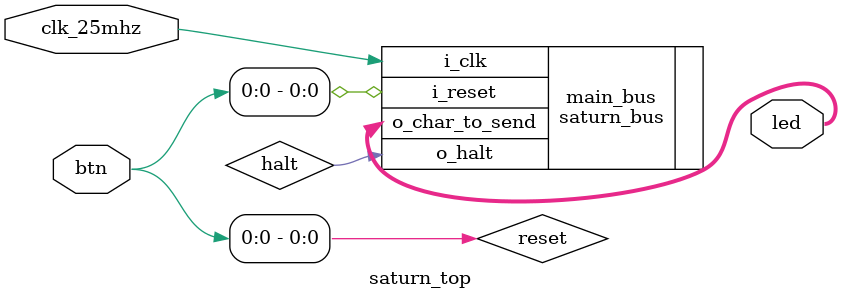
<source format=v>
/*
    (c) Raphaël Jacquot 2019
    
		This file is part of hp_saturn.

    hp_saturn is free software: you can redistribute it and/or modify
    it under the terms of the GNU General Public License as published by
    the Free Software Foundation, either version 3 of the License, or
    any later version.

    hp_saturn is distributed in the hope that it will be useful,
    but WITHOUT ANY WARRANTY; without even the implied warranty of
    MERCHANTABILITY or FITNESS FOR A PARTICULAR PURPOSE.  See the
    GNU General Public License for more details.

    You should have received a copy of the GNU General Public License
    along with Foobar.  If not, see <https://www.gnu.org/licenses/>.

 */

`default_nettype none

`ifdef SIM
module saturn_top;
`else
module saturn_top (
	clk_25mhz,
	btn,
	led
);

input  wire [0:0] clk_25mhz;
input  wire [6:0] btn;
`endif

`ifdef SIM
wire [7:0]  led;
`else
output wire [7:0] led;
wire [0:0] reset;
wire [0:0] halt;

assign reset  = btn[0]; 
`endif

saturn_bus main_bus (
`ifdef SIM
    .i_clk   (clk),
`else
    .i_clk   (clk_25mhz),
`endif
    .i_reset (reset),
    .o_halt  (halt),
    .o_char_to_send (led)
);


`ifdef SIM
reg	 [0:0] clk;
reg	 [0:0] reset;
wire [0:0] halt;

initial begin
	$display("TOP       : starting the simulation");
	clk = 0;
	reset = 1;
	@(posedge clk);
	@(posedge clk);
	@(posedge clk);
	reset = 0;
    $display("TOP       : reset done, waiting for instructions");
	@(posedge halt);
    $display("TOP       : instructed to stop, halt is %b", halt);
	$finish;
end

always 
    #10 clk = (clk === 1'b0);
`endif


endmodule

</source>
